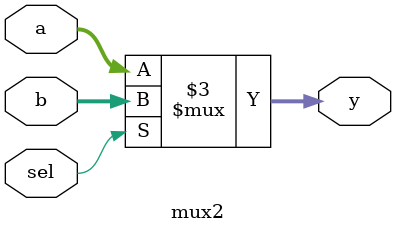
<source format=sv>
module mux2 #(
    parameter width = 6
) (
    input logic [width-1:0] a,
    input logic [width-1:0] b,
    input wire sel,
    output logic [width-1:0] y
);

  always_comb y = (sel == 1'b0) ? a : b;

endmodule

</source>
